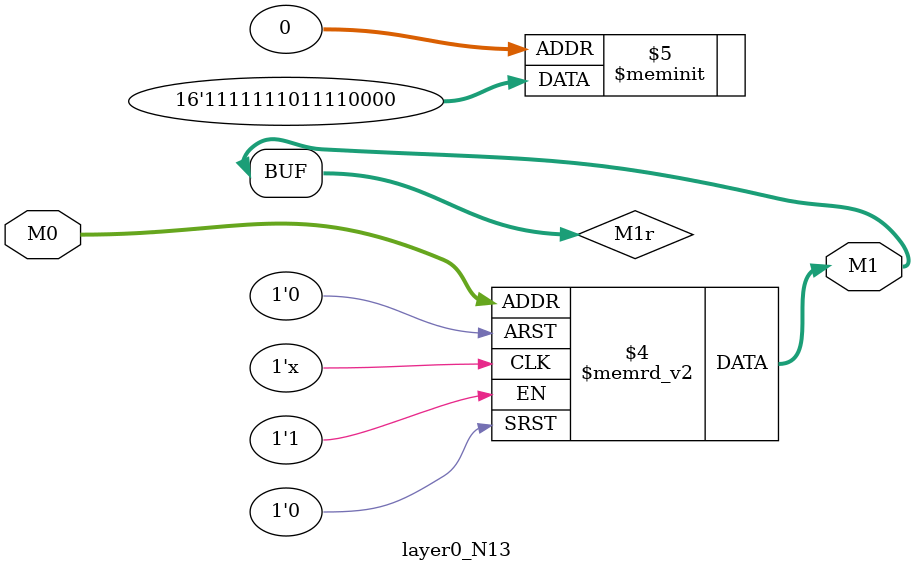
<source format=v>
module layer0_N13 ( input [2:0] M0, output [1:0] M1 );

	(*rom_style = "distributed" *) reg [1:0] M1r;
	assign M1 = M1r;
	always @ (M0) begin
		case (M0)
			3'b000: M1r = 2'b00;
			3'b100: M1r = 2'b10;
			3'b010: M1r = 2'b11;
			3'b110: M1r = 2'b11;
			3'b001: M1r = 2'b00;
			3'b101: M1r = 2'b11;
			3'b011: M1r = 2'b11;
			3'b111: M1r = 2'b11;

		endcase
	end
endmodule

</source>
